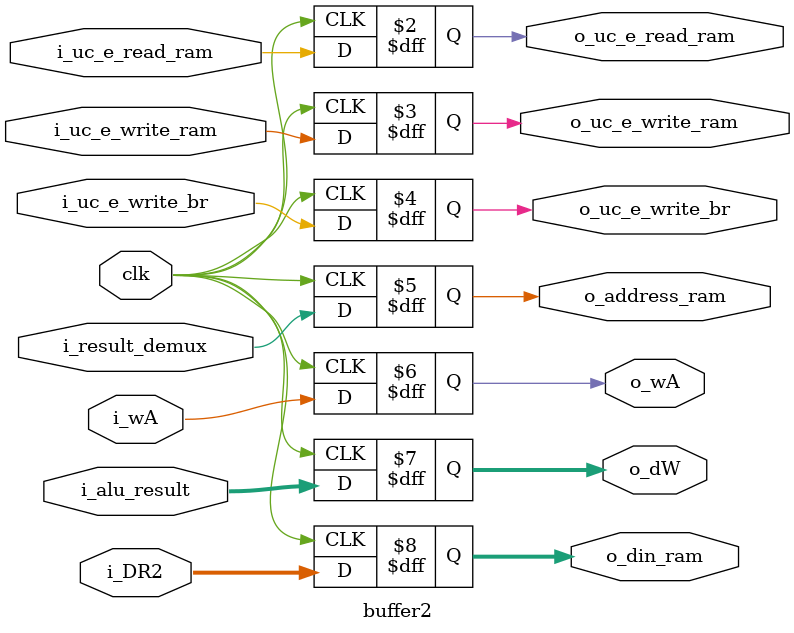
<source format=v>

`timescale 1ns / 1ns

module buffer2
(
	input i_uc_e_read_ram, 			 
	input i_uc_e_write_ram,
	input i_uc_e_write_br,
	input i_result_demux,
	input i_wA,
	input [31:0] i_alu_result, 
	input [31:0] i_DR2,        
	input clk,
	
	output reg o_uc_e_read_ram, 
	output reg o_uc_e_write_ram,
	output reg o_uc_e_write_br,
	output reg o_address_ram,
	output reg o_wA,
	output reg [31:0] o_dW, 
	output reg [31:0] o_din_ram
);


always @ (posedge clk) begin
	
	//Envio de señales de habilitacion hacía la memoria RAM
	o_uc_e_read_ram = i_uc_e_read_ram;
	o_uc_e_write_ram = i_uc_e_write_ram;
	
	//Envio de señales de habilitacion hacia la escritura del BR
	o_uc_e_write_br = i_uc_e_write_br;	
	
	//La salida del demultiplexor al ser 1 se registra como la direccion en la RAM
	o_address_ram = i_result_demux;
	
	//No sé porq se manda a wA pero aqui esta lol
	o_wA = i_wA;
	
	//El resultado de la ALU se envia como el dato de entrada hacia la escritura de datos en el BR
	o_dW = i_alu_result;
	
	//La salida del resultado del dato DR2 proveniente del buffer 1 se almacena como el dato de entrada hacia la RAM
	o_din_ram = i_DR2;
	
	end
endmodule


</source>
